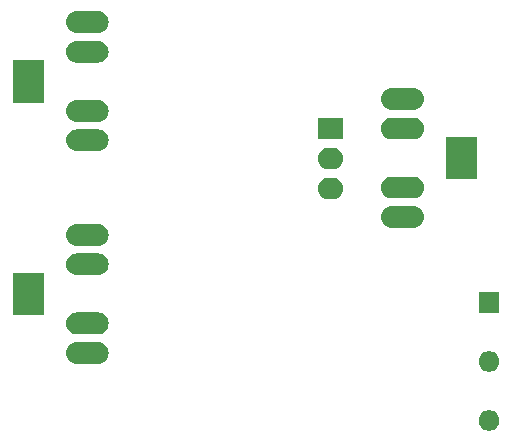
<source format=gbr>
G04 #@! TF.GenerationSoftware,KiCad,Pcbnew,5.1.2-f72e74a~84~ubuntu18.04.1*
G04 #@! TF.CreationDate,2019-05-17T10:17:23-07:00*
G04 #@! TF.ProjectId,NewVNA,4e657756-4e41-42e6-9b69-6361645f7063,CAT V.2*
G04 #@! TF.SameCoordinates,Original*
G04 #@! TF.FileFunction,Soldermask,Bot*
G04 #@! TF.FilePolarity,Negative*
%FSLAX46Y46*%
G04 Gerber Fmt 4.6, Leading zero omitted, Abs format (unit mm)*
G04 Created by KiCad (PCBNEW 5.1.2-f72e74a~84~ubuntu18.04.1) date 2019-05-17 10:17:23*
%MOMM*%
%LPD*%
G04 APERTURE LIST*
%ADD10C,0.100000*%
G04 APERTURE END LIST*
D10*
G36*
X71680320Y-59885264D02*
G01*
X71839742Y-59951299D01*
X71983218Y-60047166D01*
X72105234Y-60169182D01*
X72201101Y-60312658D01*
X72267136Y-60472080D01*
X72300800Y-60641321D01*
X72300800Y-60813879D01*
X72267136Y-60983120D01*
X72201101Y-61142542D01*
X72105234Y-61286018D01*
X71983218Y-61408034D01*
X71839742Y-61503901D01*
X71680320Y-61569936D01*
X71511080Y-61603600D01*
X71338520Y-61603600D01*
X71169280Y-61569936D01*
X71009858Y-61503901D01*
X70866382Y-61408034D01*
X70744366Y-61286018D01*
X70648499Y-61142542D01*
X70582464Y-60983120D01*
X70548800Y-60813879D01*
X70548800Y-60641321D01*
X70582464Y-60472080D01*
X70648499Y-60312658D01*
X70744366Y-60169182D01*
X70866382Y-60047166D01*
X71009858Y-59951299D01*
X71169280Y-59885264D01*
X71338520Y-59851600D01*
X71511080Y-59851600D01*
X71680320Y-59885264D01*
X71680320Y-59885264D01*
G37*
G36*
X71595699Y-54868432D02*
G01*
X71680320Y-54885264D01*
X71839742Y-54951299D01*
X71983218Y-55047166D01*
X72105234Y-55169182D01*
X72201101Y-55312658D01*
X72267136Y-55472080D01*
X72283968Y-55556701D01*
X72300800Y-55641320D01*
X72300800Y-55813880D01*
X72291695Y-55859652D01*
X72267136Y-55983120D01*
X72201101Y-56142542D01*
X72105234Y-56286018D01*
X71983218Y-56408034D01*
X71839742Y-56503901D01*
X71680320Y-56569936D01*
X71511080Y-56603600D01*
X71338520Y-56603600D01*
X71169280Y-56569936D01*
X71009858Y-56503901D01*
X70866382Y-56408034D01*
X70744366Y-56286018D01*
X70648499Y-56142542D01*
X70582464Y-55983120D01*
X70557905Y-55859652D01*
X70548800Y-55813880D01*
X70548800Y-55641320D01*
X70565632Y-55556701D01*
X70582464Y-55472080D01*
X70648499Y-55312658D01*
X70744366Y-55169182D01*
X70866382Y-55047166D01*
X71009858Y-54951299D01*
X71169280Y-54885264D01*
X71253901Y-54868432D01*
X71338520Y-54851600D01*
X71511080Y-54851600D01*
X71595699Y-54868432D01*
X71595699Y-54868432D01*
G37*
G36*
X38466529Y-54087398D02*
G01*
X38641079Y-54140348D01*
X38801947Y-54226333D01*
X38942949Y-54342051D01*
X39058667Y-54483053D01*
X39144652Y-54643921D01*
X39197602Y-54818471D01*
X39215480Y-55000000D01*
X39197602Y-55181529D01*
X39144652Y-55356079D01*
X39058667Y-55516947D01*
X38942949Y-55657949D01*
X38801947Y-55773667D01*
X38641079Y-55859652D01*
X38466529Y-55912602D01*
X38330490Y-55926000D01*
X36489510Y-55926000D01*
X36353471Y-55912602D01*
X36178921Y-55859652D01*
X36018053Y-55773667D01*
X35877051Y-55657949D01*
X35761333Y-55516947D01*
X35675348Y-55356079D01*
X35622398Y-55181529D01*
X35604520Y-55000000D01*
X35622398Y-54818471D01*
X35675348Y-54643921D01*
X35761333Y-54483053D01*
X35877051Y-54342051D01*
X36018053Y-54226333D01*
X36178921Y-54140348D01*
X36353471Y-54087398D01*
X36489510Y-54074000D01*
X38330490Y-54074000D01*
X38466529Y-54087398D01*
X38466529Y-54087398D01*
G37*
G36*
X38466529Y-51587398D02*
G01*
X38641079Y-51640348D01*
X38801947Y-51726333D01*
X38942949Y-51842051D01*
X39058667Y-51983053D01*
X39144652Y-52143921D01*
X39197602Y-52318471D01*
X39215480Y-52500000D01*
X39197602Y-52681529D01*
X39144652Y-52856079D01*
X39058667Y-53016947D01*
X38942949Y-53157949D01*
X38801947Y-53273667D01*
X38641079Y-53359652D01*
X38466529Y-53412602D01*
X38330490Y-53426000D01*
X36489510Y-53426000D01*
X36353471Y-53412602D01*
X36178921Y-53359652D01*
X36018053Y-53273667D01*
X35877051Y-53157949D01*
X35761333Y-53016947D01*
X35675348Y-52856079D01*
X35622398Y-52681529D01*
X35604520Y-52500000D01*
X35622398Y-52318471D01*
X35675348Y-52143921D01*
X35761333Y-51983053D01*
X35877051Y-51842051D01*
X36018053Y-51726333D01*
X36178921Y-51640348D01*
X36353471Y-51587398D01*
X36489510Y-51574000D01*
X38330490Y-51574000D01*
X38466529Y-51587398D01*
X38466529Y-51587398D01*
G37*
G36*
X33705000Y-51801000D02*
G01*
X31103000Y-51801000D01*
X31103000Y-48199000D01*
X33705000Y-48199000D01*
X33705000Y-51801000D01*
X33705000Y-51801000D01*
G37*
G36*
X72300800Y-51603600D02*
G01*
X70548800Y-51603600D01*
X70548800Y-49851600D01*
X72300800Y-49851600D01*
X72300800Y-51603600D01*
X72300800Y-51603600D01*
G37*
G36*
X38466529Y-46587398D02*
G01*
X38641079Y-46640348D01*
X38801947Y-46726333D01*
X38942949Y-46842051D01*
X39058667Y-46983053D01*
X39144652Y-47143921D01*
X39197602Y-47318471D01*
X39215480Y-47500000D01*
X39197602Y-47681529D01*
X39144652Y-47856079D01*
X39058667Y-48016947D01*
X38942949Y-48157949D01*
X38801947Y-48273667D01*
X38641079Y-48359652D01*
X38466529Y-48412602D01*
X38330490Y-48426000D01*
X36489510Y-48426000D01*
X36353471Y-48412602D01*
X36178921Y-48359652D01*
X36018053Y-48273667D01*
X35877051Y-48157949D01*
X35761333Y-48016947D01*
X35675348Y-47856079D01*
X35622398Y-47681529D01*
X35604520Y-47500000D01*
X35622398Y-47318471D01*
X35675348Y-47143921D01*
X35761333Y-46983053D01*
X35877051Y-46842051D01*
X36018053Y-46726333D01*
X36178921Y-46640348D01*
X36353471Y-46587398D01*
X36489510Y-46574000D01*
X38330490Y-46574000D01*
X38466529Y-46587398D01*
X38466529Y-46587398D01*
G37*
G36*
X38466529Y-44087398D02*
G01*
X38641079Y-44140348D01*
X38801947Y-44226333D01*
X38942949Y-44342051D01*
X39058667Y-44483053D01*
X39144652Y-44643921D01*
X39197602Y-44818471D01*
X39215480Y-45000000D01*
X39197602Y-45181529D01*
X39144652Y-45356079D01*
X39058667Y-45516947D01*
X38942949Y-45657949D01*
X38801947Y-45773667D01*
X38641079Y-45859652D01*
X38466529Y-45912602D01*
X38330490Y-45926000D01*
X36489510Y-45926000D01*
X36353471Y-45912602D01*
X36178921Y-45859652D01*
X36018053Y-45773667D01*
X35877051Y-45657949D01*
X35761333Y-45516947D01*
X35675348Y-45356079D01*
X35622398Y-45181529D01*
X35604520Y-45000000D01*
X35622398Y-44818471D01*
X35675348Y-44643921D01*
X35761333Y-44483053D01*
X35877051Y-44342051D01*
X36018053Y-44226333D01*
X36178921Y-44140348D01*
X36353471Y-44087398D01*
X36489510Y-44074000D01*
X38330490Y-44074000D01*
X38466529Y-44087398D01*
X38466529Y-44087398D01*
G37*
G36*
X65146529Y-42587398D02*
G01*
X65321079Y-42640348D01*
X65481947Y-42726333D01*
X65622949Y-42842051D01*
X65738667Y-42983053D01*
X65824652Y-43143921D01*
X65877602Y-43318471D01*
X65895480Y-43500000D01*
X65877602Y-43681529D01*
X65824652Y-43856079D01*
X65738667Y-44016947D01*
X65622949Y-44157949D01*
X65481947Y-44273667D01*
X65321079Y-44359652D01*
X65146529Y-44412602D01*
X65010490Y-44426000D01*
X63169510Y-44426000D01*
X63033471Y-44412602D01*
X62858921Y-44359652D01*
X62698053Y-44273667D01*
X62557051Y-44157949D01*
X62441333Y-44016947D01*
X62355348Y-43856079D01*
X62302398Y-43681529D01*
X62284520Y-43500000D01*
X62302398Y-43318471D01*
X62355348Y-43143921D01*
X62441333Y-42983053D01*
X62557051Y-42842051D01*
X62698053Y-42726333D01*
X62858921Y-42640348D01*
X63033471Y-42587398D01*
X63169510Y-42574000D01*
X65010490Y-42574000D01*
X65146529Y-42587398D01*
X65146529Y-42587398D01*
G37*
G36*
X58310343Y-40175361D02*
G01*
X58329568Y-40177254D01*
X58502234Y-40229632D01*
X58661365Y-40314689D01*
X58800844Y-40429156D01*
X58915311Y-40568635D01*
X59000368Y-40727766D01*
X59052746Y-40900433D01*
X59070432Y-41080000D01*
X59052746Y-41259567D01*
X59000368Y-41432234D01*
X58915311Y-41591365D01*
X58800844Y-41730844D01*
X58661365Y-41845311D01*
X58502234Y-41930368D01*
X58329568Y-41982746D01*
X58310343Y-41984639D01*
X58194998Y-41996000D01*
X57805002Y-41996000D01*
X57689657Y-41984639D01*
X57670432Y-41982746D01*
X57497766Y-41930368D01*
X57338635Y-41845311D01*
X57199156Y-41730844D01*
X57084689Y-41591365D01*
X56999632Y-41432234D01*
X56947254Y-41259567D01*
X56929568Y-41080000D01*
X56947254Y-40900433D01*
X56999632Y-40727766D01*
X57084689Y-40568635D01*
X57199156Y-40429156D01*
X57338635Y-40314689D01*
X57497766Y-40229632D01*
X57584100Y-40203443D01*
X57670432Y-40177254D01*
X57689657Y-40175361D01*
X57805002Y-40164000D01*
X58194998Y-40164000D01*
X58310343Y-40175361D01*
X58310343Y-40175361D01*
G37*
G36*
X65146529Y-40087398D02*
G01*
X65321079Y-40140348D01*
X65481947Y-40226333D01*
X65622949Y-40342051D01*
X65738667Y-40483053D01*
X65824652Y-40643921D01*
X65877602Y-40818471D01*
X65895480Y-41000000D01*
X65877602Y-41181529D01*
X65824652Y-41356079D01*
X65738667Y-41516947D01*
X65622949Y-41657949D01*
X65481947Y-41773667D01*
X65321079Y-41859652D01*
X65146529Y-41912602D01*
X65010490Y-41926000D01*
X63169510Y-41926000D01*
X63033471Y-41912602D01*
X62858921Y-41859652D01*
X62698053Y-41773667D01*
X62557051Y-41657949D01*
X62441333Y-41516947D01*
X62355348Y-41356079D01*
X62302398Y-41181529D01*
X62284520Y-41000000D01*
X62302398Y-40818471D01*
X62355348Y-40643921D01*
X62441333Y-40483053D01*
X62557051Y-40342051D01*
X62698053Y-40226333D01*
X62858921Y-40140348D01*
X63033471Y-40087398D01*
X63169510Y-40074000D01*
X65010490Y-40074000D01*
X65146529Y-40087398D01*
X65146529Y-40087398D01*
G37*
G36*
X70397000Y-40301000D02*
G01*
X67795000Y-40301000D01*
X67795000Y-36699000D01*
X70397000Y-36699000D01*
X70397000Y-40301000D01*
X70397000Y-40301000D01*
G37*
G36*
X58310343Y-37635361D02*
G01*
X58329568Y-37637254D01*
X58397789Y-37657949D01*
X58502234Y-37689632D01*
X58661365Y-37774689D01*
X58800844Y-37889156D01*
X58915311Y-38028635D01*
X59000368Y-38187766D01*
X59052746Y-38360433D01*
X59070432Y-38540000D01*
X59052746Y-38719567D01*
X59000368Y-38892234D01*
X58915311Y-39051365D01*
X58800844Y-39190844D01*
X58661365Y-39305311D01*
X58502234Y-39390368D01*
X58415900Y-39416557D01*
X58329568Y-39442746D01*
X58310343Y-39444639D01*
X58194998Y-39456000D01*
X57805002Y-39456000D01*
X57689657Y-39444639D01*
X57670432Y-39442746D01*
X57497766Y-39390368D01*
X57338635Y-39305311D01*
X57199156Y-39190844D01*
X57084689Y-39051365D01*
X56999632Y-38892234D01*
X56947254Y-38719567D01*
X56929568Y-38540000D01*
X56947254Y-38360433D01*
X56999632Y-38187766D01*
X57084689Y-38028635D01*
X57199156Y-37889156D01*
X57338635Y-37774689D01*
X57497766Y-37689632D01*
X57602211Y-37657949D01*
X57670432Y-37637254D01*
X57689657Y-37635361D01*
X57805002Y-37624000D01*
X58194998Y-37624000D01*
X58310343Y-37635361D01*
X58310343Y-37635361D01*
G37*
G36*
X38466529Y-36087398D02*
G01*
X38641079Y-36140348D01*
X38801947Y-36226333D01*
X38942949Y-36342051D01*
X39058667Y-36483053D01*
X39144652Y-36643921D01*
X39197602Y-36818471D01*
X39215480Y-37000000D01*
X39197602Y-37181529D01*
X39144652Y-37356079D01*
X39058667Y-37516947D01*
X38942949Y-37657949D01*
X38801947Y-37773667D01*
X38641079Y-37859652D01*
X38466529Y-37912602D01*
X38330490Y-37926000D01*
X36489510Y-37926000D01*
X36353471Y-37912602D01*
X36178921Y-37859652D01*
X36018053Y-37773667D01*
X35877051Y-37657949D01*
X35761333Y-37516947D01*
X35675348Y-37356079D01*
X35622398Y-37181529D01*
X35604520Y-37000000D01*
X35622398Y-36818471D01*
X35675348Y-36643921D01*
X35761333Y-36483053D01*
X35877051Y-36342051D01*
X36018053Y-36226333D01*
X36178921Y-36140348D01*
X36353471Y-36087398D01*
X36489510Y-36074000D01*
X38330490Y-36074000D01*
X38466529Y-36087398D01*
X38466529Y-36087398D01*
G37*
G36*
X65146529Y-35087398D02*
G01*
X65321079Y-35140348D01*
X65481947Y-35226333D01*
X65622949Y-35342051D01*
X65738667Y-35483053D01*
X65824652Y-35643921D01*
X65877602Y-35818471D01*
X65895480Y-36000000D01*
X65877602Y-36181529D01*
X65824652Y-36356079D01*
X65738667Y-36516947D01*
X65622949Y-36657949D01*
X65481947Y-36773667D01*
X65321079Y-36859652D01*
X65146529Y-36912602D01*
X65010490Y-36926000D01*
X63169510Y-36926000D01*
X63033471Y-36912602D01*
X62858921Y-36859652D01*
X62698053Y-36773667D01*
X62557051Y-36657949D01*
X62441333Y-36516947D01*
X62355348Y-36356079D01*
X62302398Y-36181529D01*
X62284520Y-36000000D01*
X62302398Y-35818471D01*
X62355348Y-35643921D01*
X62441333Y-35483053D01*
X62557051Y-35342051D01*
X62698053Y-35226333D01*
X62858921Y-35140348D01*
X63033471Y-35087398D01*
X63169510Y-35074000D01*
X65010490Y-35074000D01*
X65146529Y-35087398D01*
X65146529Y-35087398D01*
G37*
G36*
X59066000Y-36916000D02*
G01*
X56934000Y-36916000D01*
X56934000Y-35084000D01*
X59066000Y-35084000D01*
X59066000Y-36916000D01*
X59066000Y-36916000D01*
G37*
G36*
X38466529Y-33587398D02*
G01*
X38641079Y-33640348D01*
X38801947Y-33726333D01*
X38942949Y-33842051D01*
X39058667Y-33983053D01*
X39144652Y-34143921D01*
X39197602Y-34318471D01*
X39215480Y-34500000D01*
X39197602Y-34681529D01*
X39144652Y-34856079D01*
X39058667Y-35016947D01*
X38942949Y-35157949D01*
X38801947Y-35273667D01*
X38641079Y-35359652D01*
X38466529Y-35412602D01*
X38330490Y-35426000D01*
X36489510Y-35426000D01*
X36353471Y-35412602D01*
X36178921Y-35359652D01*
X36018053Y-35273667D01*
X35877051Y-35157949D01*
X35761333Y-35016947D01*
X35675348Y-34856079D01*
X35622398Y-34681529D01*
X35604520Y-34500000D01*
X35622398Y-34318471D01*
X35675348Y-34143921D01*
X35761333Y-33983053D01*
X35877051Y-33842051D01*
X36018053Y-33726333D01*
X36178921Y-33640348D01*
X36353471Y-33587398D01*
X36489510Y-33574000D01*
X38330490Y-33574000D01*
X38466529Y-33587398D01*
X38466529Y-33587398D01*
G37*
G36*
X65146529Y-32587398D02*
G01*
X65321079Y-32640348D01*
X65481947Y-32726333D01*
X65622949Y-32842051D01*
X65738667Y-32983053D01*
X65824652Y-33143921D01*
X65877602Y-33318471D01*
X65895480Y-33500000D01*
X65877602Y-33681529D01*
X65824652Y-33856079D01*
X65738667Y-34016947D01*
X65622949Y-34157949D01*
X65481947Y-34273667D01*
X65321079Y-34359652D01*
X65146529Y-34412602D01*
X65010490Y-34426000D01*
X63169510Y-34426000D01*
X63033471Y-34412602D01*
X62858921Y-34359652D01*
X62698053Y-34273667D01*
X62557051Y-34157949D01*
X62441333Y-34016947D01*
X62355348Y-33856079D01*
X62302398Y-33681529D01*
X62284520Y-33500000D01*
X62302398Y-33318471D01*
X62355348Y-33143921D01*
X62441333Y-32983053D01*
X62557051Y-32842051D01*
X62698053Y-32726333D01*
X62858921Y-32640348D01*
X63033471Y-32587398D01*
X63169510Y-32574000D01*
X65010490Y-32574000D01*
X65146529Y-32587398D01*
X65146529Y-32587398D01*
G37*
G36*
X33705000Y-33801000D02*
G01*
X31103000Y-33801000D01*
X31103000Y-30199000D01*
X33705000Y-30199000D01*
X33705000Y-33801000D01*
X33705000Y-33801000D01*
G37*
G36*
X38466529Y-28587398D02*
G01*
X38641079Y-28640348D01*
X38801947Y-28726333D01*
X38942949Y-28842051D01*
X39058667Y-28983053D01*
X39144652Y-29143921D01*
X39197602Y-29318471D01*
X39215480Y-29500000D01*
X39197602Y-29681529D01*
X39144652Y-29856079D01*
X39058667Y-30016947D01*
X38942949Y-30157949D01*
X38801947Y-30273667D01*
X38641079Y-30359652D01*
X38466529Y-30412602D01*
X38330490Y-30426000D01*
X36489510Y-30426000D01*
X36353471Y-30412602D01*
X36178921Y-30359652D01*
X36018053Y-30273667D01*
X35877051Y-30157949D01*
X35761333Y-30016947D01*
X35675348Y-29856079D01*
X35622398Y-29681529D01*
X35604520Y-29500000D01*
X35622398Y-29318471D01*
X35675348Y-29143921D01*
X35761333Y-28983053D01*
X35877051Y-28842051D01*
X36018053Y-28726333D01*
X36178921Y-28640348D01*
X36353471Y-28587398D01*
X36489510Y-28574000D01*
X38330490Y-28574000D01*
X38466529Y-28587398D01*
X38466529Y-28587398D01*
G37*
G36*
X38466529Y-26087398D02*
G01*
X38641079Y-26140348D01*
X38801947Y-26226333D01*
X38942949Y-26342051D01*
X39058667Y-26483053D01*
X39144652Y-26643921D01*
X39197602Y-26818471D01*
X39215480Y-27000000D01*
X39197602Y-27181529D01*
X39144652Y-27356079D01*
X39058667Y-27516947D01*
X38942949Y-27657949D01*
X38801947Y-27773667D01*
X38641079Y-27859652D01*
X38466529Y-27912602D01*
X38330490Y-27926000D01*
X36489510Y-27926000D01*
X36353471Y-27912602D01*
X36178921Y-27859652D01*
X36018053Y-27773667D01*
X35877051Y-27657949D01*
X35761333Y-27516947D01*
X35675348Y-27356079D01*
X35622398Y-27181529D01*
X35604520Y-27000000D01*
X35622398Y-26818471D01*
X35675348Y-26643921D01*
X35761333Y-26483053D01*
X35877051Y-26342051D01*
X36018053Y-26226333D01*
X36178921Y-26140348D01*
X36353471Y-26087398D01*
X36489510Y-26074000D01*
X38330490Y-26074000D01*
X38466529Y-26087398D01*
X38466529Y-26087398D01*
G37*
M02*

</source>
